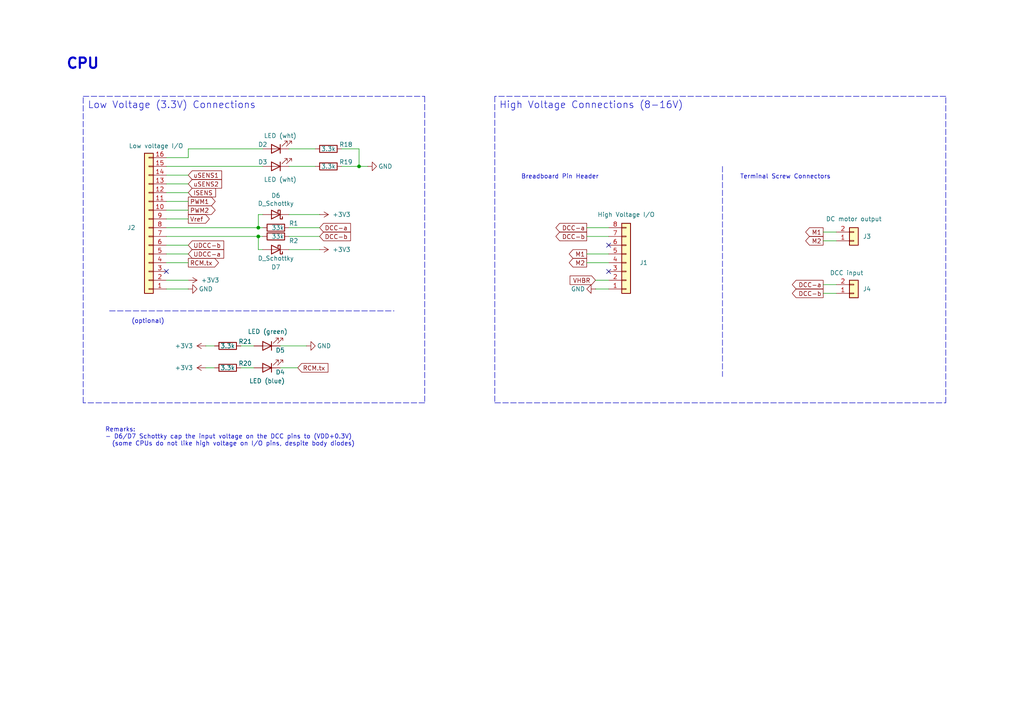
<source format=kicad_sch>
(kicad_sch (version 20250114) (generator "eeschema") (generator_version "9.0")
  (paper "A4")
  (title_block (title "RTB P26 Railcom/Motor IF") (date "2025-09-07") (rev "1") (company "Frank Schumacher") (comment 1 "Railcom sender & Motor driver") (comment 2 "P26.1"))
  (lib_symbols
    (symbol "Connector_Generic:Conn_01x02" (pin_names (offset 1.016) (hide yes))
      (property "Reference" "J" (at 0 2.54 0))
      (property "Value" "Conn_01x02" (at 0 -5.08 0))
      (symbol "Conn_01x02_1_1"
        (rectangle (start -1.27 1.27) (end 1.27 -3.81) (stroke (width 0.254)) (fill (type background)))
        (rectangle (start -1.27 0.127) (end 0 -0.127) (stroke (width 0.1524)))
        (rectangle (start -1.27 -2.413) (end 0 -2.667) (stroke (width 0.1524)))
        (pin passive line (at -5.08 0 0) (length 3.81) (name "Pin_1") (number "1"))
        (pin passive line (at -5.08 -2.54 0) (length 3.81) (name "Pin_2") (number "2"))
      )
    )
    (symbol "Connector_Generic:Conn_01x08" (pin_names (offset 1.016) (hide yes))
      (property "Reference" "J" (at 0 10.16 0))
      (property "Value" "Conn_01x08" (at 0 -12.7 0))
      (symbol "Conn_01x08_1_1"
        (rectangle (start -1.27 8.89) (end 1.27 -11.43) (stroke (width 0.254)) (fill (type background)))
        (rectangle (start -1.27 7.747) (end 0 7.493) (stroke (width 0.1524)))
        (rectangle (start -1.27 5.207) (end 0 4.953) (stroke (width 0.1524)))
        (rectangle (start -1.27 2.667) (end 0 2.413) (stroke (width 0.1524)))
        (rectangle (start -1.27 0.127) (end 0 -0.127) (stroke (width 0.1524)))
        (rectangle (start -1.27 -2.413) (end 0 -2.667) (stroke (width 0.1524)))
        (rectangle (start -1.27 -4.953) (end 0 -5.207) (stroke (width 0.1524)))
        (rectangle (start -1.27 -7.493) (end 0 -7.747) (stroke (width 0.1524)))
        (rectangle (start -1.27 -10.033) (end 0 -10.287) (stroke (width 0.1524)))
        (pin passive line (at -5.08 7.62 0) (length 3.81) (name "Pin_1") (number "1"))
        (pin passive line (at -5.08 5.08 0) (length 3.81) (name "Pin_2") (number "2"))
        (pin passive line (at -5.08 2.54 0) (length 3.81) (name "Pin_3") (number "3"))
        (pin passive line (at -5.08 0 0) (length 3.81) (name "Pin_4") (number "4"))
        (pin passive line (at -5.08 -2.54 0) (length 3.81) (name "Pin_5") (number "5"))
        (pin passive line (at -5.08 -5.08 0) (length 3.81) (name "Pin_6") (number "6"))
        (pin passive line (at -5.08 -7.62 0) (length 3.81) (name "Pin_7") (number "7"))
        (pin passive line (at -5.08 -10.16 0) (length 3.81) (name "Pin_8") (number "8"))
      )
    )
    (symbol "Connector_Generic:Conn_01x16" (pin_names (offset 1.016) (hide yes))
      (property "Reference" "J" (at 0 20.32 0))
      (property "Value" "Conn_01x16" (at 0 -22.86 0))
      (symbol "Conn_01x16_1_1"
        (rectangle (start -1.27 19.05) (end 1.27 -21.59) (stroke (width 0.254)) (fill (type background)))
        (rectangle (start -1.27 17.907) (end 0 17.653) (stroke (width 0.1524)))
        (rectangle (start -1.27 15.367) (end 0 15.113) (stroke (width 0.1524)))
        (rectangle (start -1.27 12.827) (end 0 12.573) (stroke (width 0.1524)))
        (rectangle (start -1.27 10.287) (end 0 10.033) (stroke (width 0.1524)))
        (rectangle (start -1.27 7.747) (end 0 7.493) (stroke (width 0.1524)))
        (rectangle (start -1.27 5.207) (end 0 4.953) (stroke (width 0.1524)))
        (rectangle (start -1.27 2.667) (end 0 2.413) (stroke (width 0.1524)))
        (rectangle (start -1.27 0.127) (end 0 -0.127) (stroke (width 0.1524)))
        (rectangle (start -1.27 -2.413) (end 0 -2.667) (stroke (width 0.1524)))
        (rectangle (start -1.27 -4.953) (end 0 -5.207) (stroke (width 0.1524)))
        (rectangle (start -1.27 -7.493) (end 0 -7.747) (stroke (width 0.1524)))
        (rectangle (start -1.27 -10.033) (end 0 -10.287) (stroke (width 0.1524)))
        (rectangle (start -1.27 -12.573) (end 0 -12.827) (stroke (width 0.1524)))
        (rectangle (start -1.27 -15.113) (end 0 -15.367) (stroke (width 0.1524)))
        (rectangle (start -1.27 -17.653) (end 0 -17.907) (stroke (width 0.1524)))
        (rectangle (start -1.27 -20.193) (end 0 -20.447) (stroke (width 0.1524)))
        (pin passive line (at -5.08 17.78 0) (length 3.81) (name "Pin_1") (number "1"))
        (pin passive line (at -5.08 15.24 0) (length 3.81) (name "Pin_2") (number "2"))
        (pin passive line (at -5.08 12.7 0) (length 3.81) (name "Pin_3") (number "3"))
        (pin passive line (at -5.08 10.16 0) (length 3.81) (name "Pin_4") (number "4"))
        (pin passive line (at -5.08 7.62 0) (length 3.81) (name "Pin_5") (number "5"))
        (pin passive line (at -5.08 5.08 0) (length 3.81) (name "Pin_6") (number "6"))
        (pin passive line (at -5.08 2.54 0) (length 3.81) (name "Pin_7") (number "7"))
        (pin passive line (at -5.08 0 0) (length 3.81) (name "Pin_8") (number "8"))
        (pin passive line (at -5.08 -2.54 0) (length 3.81) (name "Pin_9") (number "9"))
        (pin passive line (at -5.08 -5.08 0) (length 3.81) (name "Pin_10") (number "10"))
        (pin passive line (at -5.08 -7.62 0) (length 3.81) (name "Pin_11") (number "11"))
        (pin passive line (at -5.08 -10.16 0) (length 3.81) (name "Pin_12") (number "12"))
        (pin passive line (at -5.08 -12.7 0) (length 3.81) (name "Pin_13") (number "13"))
        (pin passive line (at -5.08 -15.24 0) (length 3.81) (name "Pin_14") (number "14"))
        (pin passive line (at -5.08 -17.78 0) (length 3.81) (name "Pin_15") (number "15"))
        (pin passive line (at -5.08 -20.32 0) (length 3.81) (name "Pin_16") (number "16"))
      )
    )
    (symbol "Device:D_Schottky" (pin_numbers (hide yes)) (pin_names (offset 1.016) (hide yes))
      (property "Reference" "D" (at 0 2.54 0))
      (property "Value" "D_Schottky" (at 0 -2.54 0))
      (symbol "D_Schottky_0_1"
        (polyline (pts (xy -1.905 0.635) (xy -1.905 1.27) (xy -1.27 1.27) (xy -1.27 -1.27) (xy -0.635 -1.27) (xy -0.635 -0.635)) (stroke (width 0.254)))
        (polyline (pts (xy 1.27 1.27) (xy 1.27 -1.27) (xy -1.27 0) (xy 1.27 1.27)) (stroke (width 0.254)))
        (polyline (pts (xy 1.27 0) (xy -1.27 0)))
      )
      (symbol "D_Schottky_1_1"
        (pin passive line (at -3.81 0 0) (length 2.54) (name "K") (number "1"))
        (pin passive line (at 3.81 0 180) (length 2.54) (name "A") (number "2"))
      )
    )
    (symbol "Device:LED" (pin_numbers (hide yes)) (pin_names (offset 1.016) (hide yes))
      (property "Reference" "D" (at 0 2.54 0))
      (property "Value" "LED" (at 0 -2.54 0))
      (symbol "LED_0_1"
        (polyline (pts (xy -3.048 -0.762) (xy -4.572 -2.286) (xy -3.81 -2.286) (xy -4.572 -2.286) (xy -4.572 -1.524)))
        (polyline (pts (xy -1.778 -0.762) (xy -3.302 -2.286) (xy -2.54 -2.286) (xy -3.302 -2.286) (xy -3.302 -1.524)))
        (polyline (pts (xy -1.27 0) (xy 1.27 0)))
        (polyline (pts (xy -1.27 -1.27) (xy -1.27 1.27)) (stroke (width 0.254)))
        (polyline (pts (xy 1.27 -1.27) (xy 1.27 1.27) (xy -1.27 0) (xy 1.27 -1.27)) (stroke (width 0.254)))
      )
      (symbol "LED_1_1"
        (pin passive line (at -3.81 0 0) (length 2.54) (name "K") (number "1"))
        (pin passive line (at 3.81 0 180) (length 2.54) (name "A") (number "2"))
      )
    )
    (symbol "Device:R" (pin_numbers (hide yes)) (pin_names (offset 0))
      (property "Reference" "R" (at 2.032 0 90))
      (property "Value" "R" (at 0 0 90))
      (symbol "R_0_1"
        (rectangle (start -1.016 -2.54) (end 1.016 2.54) (stroke (width 0.254)))
      )
      (symbol "R_1_1"
        (pin passive line (at 0 3.81 270) (length 1.27) (name "~") (number "1"))
        (pin passive line (at 0 -3.81 90) (length 1.27) (name "~") (number "2"))
      )
    )
    (symbol "power:+3V3" (power) (pin_numbers (hide yes)) (pin_names (offset 0) (hide yes))
      (property "Value" "+3V3" (at 0 3.556 0))
      (symbol "+3V3_0_1"
        (polyline (pts (xy -0.762 1.27) (xy 0 2.54)))
        (polyline (pts (xy 0 2.54) (xy 0.762 1.27)))
        (polyline (pts (xy 0 0) (xy 0 2.54)))
      )
      (symbol "+3V3_1_1"
        (pin power_in line (at 0 0 90) (length 0) (name "~") (number "1"))
      )
    )
    (symbol "power:GND" (power) (pin_numbers (hide yes)) (pin_names (offset 0) (hide yes))
      (property "Value" "GND" (at 0 -3.81 0))
      (symbol "GND_0_1"
        (polyline (pts (xy 0 0) (xy 0 -1.27) (xy 1.27 -1.27) (xy 0 -2.54) (xy -1.27 -1.27) (xy 0 -1.27)))
      )
      (symbol "GND_1_1"
        (pin power_in line (at 0 0 270) (length 0) (name "~") (number "1"))
      )
    )
  )
  (text "CPU" (at 19.05 20.32 0) (effects (font (size 2.9972 2.9972) (thickness 0.5994) (bold yes)) (justify left bottom)))
  (text "High Voltage Connections (8-16V)" (at 144.78 31.75 0) (effects (font (size 2.0066 2.0066)) (justify left bottom)))
  (text "Terminal Screw Connectors" (at 214.63 52.07 0) (effects (font (size 1.27 1.27)) (justify left bottom)))
  (text "(optional)" (at 38.1 93.98 0) (effects (font (size 1.27 1.27)) (justify left bottom)))
  (text "Breadboard Pin Header" (at 151.13 52.07 0) (effects (font (size 1.27 1.27)) (justify left bottom)))
  (text "Low Voltage (3.3V) Connections" (at 25.4 31.75 0) (effects (font (size 2.0066 2.0066)) (justify left bottom)))
  (text "Remarks:\n- D6/D7 Schottky cap the input voltage on the DCC pins to (VDD+0.3V)\n  (some CPUs do not like high voltage on I/O pins, despite body diodes)" (at 30.48 129.54 0) (effects (font (size 1.27 1.27)) (justify left bottom)))
  (junction (at 74.93 68.58))
  (junction (at 74.93 66.04))
  (junction (at 104.14 48.26))
  (no_connect (at 48.26 78.74))
  (no_connect (at 176.53 71.12))
  (no_connect (at 176.53 78.74))
  (wire (pts (xy 170.18 73.66) (xy 176.53 73.66)))
  (wire (pts (xy 74.93 66.04) (xy 76.2 66.04)))
  (wire (pts (xy 54.61 83.82) (xy 48.26 83.82)))
  (wire (pts (xy 242.57 85.09) (xy 238.76 85.09)))
  (wire (pts (xy 104.14 48.26) (xy 106.68 48.26)))
  (wire (pts (xy 48.26 73.66) (xy 54.61 73.66)))
  (wire (pts (xy 92.71 66.04) (xy 83.82 66.04)))
  (wire (pts (xy 104.14 48.26) (xy 99.06 48.26)))
  (wire (pts (xy 59.69 106.68) (xy 62.23 106.68)))
  (wire (pts (xy 54.61 81.28) (xy 48.26 81.28)))
  (wire (pts (xy 48.26 71.12) (xy 54.61 71.12)))
  (wire (pts (xy 54.61 55.88) (xy 48.26 55.88)))
  (wire (pts (xy 54.61 60.96) (xy 48.26 60.96)))
  (wire (pts (xy 48.26 45.72) (xy 54.61 45.72)))
  (wire (pts (xy 48.26 66.04) (xy 74.93 66.04)))
  (wire (pts (xy 238.76 82.55) (xy 242.57 82.55)))
  (wire (pts (xy 48.26 48.26) (xy 76.2 48.26)))
  (wire (pts (xy 54.61 45.72) (xy 54.61 43.18)))
  (polyline (pts (xy 143.51 27.94) (xy 143.51 116.84)) (stroke (width 0) (type dash)))
  (polyline (pts (xy 274.32 27.94) (xy 143.51 27.94)) (stroke (width 0) (type dash)))
  (polyline (pts (xy 123.19 27.94) (xy 123.19 116.84)) (stroke (width 0) (type dash)))
  (wire (pts (xy 172.72 83.82) (xy 176.53 83.82)))
  (wire (pts (xy 48.26 58.42) (xy 54.61 58.42)))
  (wire (pts (xy 83.82 72.39) (xy 92.71 72.39)))
  (wire (pts (xy 104.14 43.18) (xy 104.14 48.26)))
  (wire (pts (xy 76.2 62.23) (xy 74.93 62.23)))
  (wire (pts (xy 172.72 81.28) (xy 176.53 81.28)))
  (wire (pts (xy 170.18 68.58) (xy 176.53 68.58)))
  (wire (pts (xy 76.2 68.58) (xy 74.93 68.58)))
  (polyline (pts (xy 143.51 116.84) (xy 274.32 116.84)) (stroke (width 0) (type dash)))
  (wire (pts (xy 74.93 68.58) (xy 48.26 68.58)))
  (wire (pts (xy 48.26 53.34) (xy 54.61 53.34)))
  (wire (pts (xy 54.61 76.2) (xy 48.26 76.2)))
  (wire (pts (xy 81.28 100.33) (xy 88.9 100.33)))
  (wire (pts (xy 48.26 63.5) (xy 54.61 63.5)))
  (wire (pts (xy 170.18 76.2) (xy 176.53 76.2)))
  (polyline (pts (xy 123.19 116.84) (xy 24.13 116.84)) (stroke (width 0) (type dash)))
  (wire (pts (xy 238.76 67.31) (xy 242.57 67.31)))
  (wire (pts (xy 83.82 43.18) (xy 91.44 43.18)))
  (wire (pts (xy 238.76 69.85) (xy 242.57 69.85)))
  (wire (pts (xy 170.18 66.04) (xy 176.53 66.04)))
  (wire (pts (xy 83.82 48.26) (xy 91.44 48.26)))
  (wire (pts (xy 92.71 68.58) (xy 83.82 68.58)))
  (polyline (pts (xy 209.55 48.26) (xy 209.55 109.22)) (stroke (width 0) (type dash)))
  (wire (pts (xy 74.93 62.23) (xy 74.93 66.04)))
  (wire (pts (xy 54.61 43.18) (xy 76.2 43.18)))
  (wire (pts (xy 59.69 100.33) (xy 62.23 100.33)))
  (wire (pts (xy 74.93 72.39) (xy 76.2 72.39)))
  (wire (pts (xy 69.85 100.33) (xy 73.66 100.33)))
  (wire (pts (xy 99.06 43.18) (xy 104.14 43.18)))
  (wire (pts (xy 81.28 106.68) (xy 86.36 106.68)))
  (wire (pts (xy 74.93 68.58) (xy 74.93 72.39)))
  (polyline (pts (xy 274.32 116.84) (xy 274.32 27.94)) (stroke (width 0) (type dash)))
  (polyline (pts (xy 31.75 90.17) (xy 114.3 90.17)) (stroke (width 0) (type dash)))
  (wire (pts (xy 83.82 62.23) (xy 92.71 62.23)))
  (wire (pts (xy 54.61 50.8) (xy 48.26 50.8)))
  (wire (pts (xy 69.85 106.68) (xy 73.66 106.68)))
  (polyline (pts (xy 24.13 27.94) (xy 123.19 27.94)) (stroke (width 0) (type dash)))
  (polyline (pts (xy 24.13 116.84) (xy 24.13 27.94)) (stroke (width 0) (type dash)))
  (global_label "PWM2" (shape output) (at 54.61 60.96 0) (property "Intersheetrefs" "${INTERSHEET_REFS}" (effects (hide yes))))
  (global_label "ISENS" (shape input) (at 54.61 55.88 0) (property "Intersheetrefs" "${INTERSHEET_REFS}" (effects (hide yes))))
  (global_label "M1" (shape output) (at 238.76 67.31 180) (property "Intersheetrefs" "${INTERSHEET_REFS}" (effects (hide yes))))
  (global_label "M1" (shape output) (at 170.18 73.66 180) (property "Intersheetrefs" "${INTERSHEET_REFS}" (effects (hide yes))))
  (global_label "VHBR" (shape input) (at 172.72 81.28 180) (property "Intersheetrefs" "${INTERSHEET_REFS}" (effects (hide yes))))
  (global_label "DCC-a" (shape output) (at 238.76 82.55 180) (property "Intersheetrefs" "${INTERSHEET_REFS}" (effects (hide yes))))
  (global_label "DCC-a" (shape output) (at 170.18 66.04 180) (property "Intersheetrefs" "${INTERSHEET_REFS}" (effects (hide yes))))
  (global_label "DCC-a" (shape input) (at 92.71 66.04 0) (property "Intersheetrefs" "${INTERSHEET_REFS}" (effects (hide yes))))
  (global_label "DCC-b" (shape output) (at 238.76 85.09 180) (property "Intersheetrefs" "${INTERSHEET_REFS}" (effects (hide yes))))
  (global_label "Vref" (shape output) (at 54.61 63.5 0) (property "Intersheetrefs" "${INTERSHEET_REFS}" (effects (hide yes))))
  (global_label "UDCC-b" (shape input) (at 54.61 71.12 0) (property "Intersheetrefs" "${INTERSHEET_REFS}" (effects (hide yes))))
  (global_label "uSENS2" (shape input) (at 54.61 53.34 0) (property "Intersheetrefs" "${INTERSHEET_REFS}" (effects (hide yes))))
  (global_label "UDCC-a" (shape input) (at 54.61 73.66 0) (property "Intersheetrefs" "${INTERSHEET_REFS}" (effects (hide yes))))
  (global_label "uSENS1" (shape input) (at 54.61 50.8 0) (property "Intersheetrefs" "${INTERSHEET_REFS}" (effects (hide yes))))
  (global_label "DCC-b" (shape output) (at 170.18 68.58 180) (property "Intersheetrefs" "${INTERSHEET_REFS}" (effects (hide yes))))
  (global_label "DCC-b" (shape input) (at 92.71 68.58 0) (property "Intersheetrefs" "${INTERSHEET_REFS}" (effects (hide yes))))
  (global_label "M2" (shape output) (at 170.18 76.2 180) (property "Intersheetrefs" "${INTERSHEET_REFS}" (effects (hide yes))))
  (global_label "M2" (shape output) (at 238.76 69.85 180) (property "Intersheetrefs" "${INTERSHEET_REFS}" (effects (hide yes))))
  (global_label "RCM.tx" (shape input) (at 86.36 106.68 0) (property "Intersheetrefs" "${INTERSHEET_REFS}" (effects (hide yes))))
  (global_label "PWM1" (shape output) (at 54.61 58.42 0) (property "Intersheetrefs" "${INTERSHEET_REFS}" (effects (hide yes))))
  (global_label "RCM.tx" (shape output) (at 54.61 76.2 0) (property "Intersheetrefs" "${INTERSHEET_REFS}" (effects (hide yes))))
  (symbol (lib_id "Device:R") (at 80.01 66.04 270) (unit 1)
    (property "Reference" "R1" (at 83.82 64.77 90) (effects (justify left)))
    (property "Value" "33k" (at 78.74 66.04 90) (effects (justify left)))
    (property "Footprint" "Resistor_SMD:R_0603_1608Metric" (effects (hide yes)))
    (property "Description" "-55℃~+155℃ 100mW 33kΩ 75V Thick Film Resistor ±1% ±100ppm/℃ 0603 Chip Resistor - Surface Mount ROHS" (effects (hide yes)))
    (property "JLCPCB" "C4216" (effects (hide yes)))
  )
  (symbol (lib_id "Device:R") (at 80.01 68.58 270) (unit 1)
    (property "Reference" "R2" (at 83.82 69.85 90) (effects (justify left)))
    (property "Value" "33k" (at 78.74 68.58 90) (effects (justify left)))
    (property "Footprint" "Resistor_SMD:R_0603_1608Metric" (effects (hide yes)))
    (property "Description" "-55℃~+155℃ 100mW 33kΩ 75V Thick Film Resistor ±1% ±100ppm/℃ 0603 Chip Resistor - Surface Mount ROHS" (effects (hide yes)))
    (property "JLCPCB" "C4216" (effects (hide yes)))
  )
  (symbol (lib_id "power:GND") (at 54.61 83.82 90) (unit 1)
    (property "Reference" "#PWR0101" (effects (hide yes)))
    (property "Value" "GND" (at 59.69 83.82 90))
  )
  (symbol (lib_id "power:+3V3") (at 54.61 81.28 270) (unit 1)
    (property "Reference" "#PWR0102" (effects (hide yes)))
    (property "Value" "+3V3" (at 60.96 81.28 90))
  )
  (symbol (lib_id "power:GND") (at 172.72 83.82 270) (unit 1)
    (property "Reference" "#PWR0103" (effects (hide yes)))
    (property "Value" "GND" (at 167.64 83.82 90))
  )
  (symbol (lib_id "Connector_Generic:Conn_01x16") (at 43.18 66.04 180) (unit 1)
    (property "Reference" "J2" (at 38.1 66.04 0))
    (property "Value" "Low voltage I/O" (at 45.2628 42.3164 0))
    (property "Footprint" "Connector_PinHeader_2.54mm:PinHeader_1x16_P2.54mm_Vertical" (effects (hide yes)))
  )
  (symbol (lib_id "Connector_Generic:Conn_01x08") (at 181.61 76.2 0) (mirror x) (unit 1)
    (property "Reference" "J1" (at 186.69 76.2 0))
    (property "Value" "High Voltage I/O" (at 181.61 62.23 0))
    (property "Footprint" "Connector_PinHeader_2.54mm:PinHeader_1x08_P2.54mm_Vertical" (effects (hide yes)))
  )
  (symbol (lib_id "Device:LED") (at 80.01 48.26 180) (unit 1)
    (property "Reference" "D3" (at 76.2 46.99 0))
    (property "Value" "LED (wht)" (at 81.28 52.07 0))
    (property "Footprint" "LED_SMD:LED_0603_1608Metric" (effects (hide yes)))
    (property "Description" "100mW 120° 2.6V~3.1V 360mcd 5mA White 0603 LED Indication - Discrete ROHS" (effects (hide yes)))
    (property "JLCPCB" "C2290" (effects (hide yes)))
  )
  (symbol (lib_id "Device:LED") (at 80.01 43.18 180) (unit 1)
    (property "Reference" "D2" (at 76.2 41.91 0))
    (property "Value" "LED (wht)" (at 81.28 39.37 0))
    (property "Footprint" "LED_SMD:LED_0603_1608Metric" (effects (hide yes)))
    (property "Description" "100mW 120° 2.6V~3.1V 360mcd 5mA White 0603 LED Indication - Discrete ROHS" (effects (hide yes)))
    (property "JLCPCB" "C2290" (effects (hide yes)))
  )
  (symbol (lib_id "Device:R") (at 95.25 43.18 270) (unit 1)
    (property "Reference" "R18" (at 100.33 41.91 90))
    (property "Value" "3.3k" (at 95.25 43.18 90))
    (property "Footprint" "Resistor_SMD:R_0603_1608Metric" (effects (hide yes)))
    (property "Description" "-55℃~+155℃ 100mW 3.3kΩ 75V Thick Film Resistor ±1% ±100ppm/℃ 0603 Chip Resistor - Surface Mount ROHS" (effects (hide yes)))
    (property "JLCPCB" "C22978" (effects (hide yes)))
  )
  (symbol (lib_id "Device:R") (at 95.25 48.26 270) (unit 1)
    (property "Reference" "R19" (at 100.33 46.99 90))
    (property "Value" "3.3k" (at 95.25 48.26 90))
    (property "Footprint" "Resistor_SMD:R_0603_1608Metric" (effects (hide yes)))
    (property "Description" "-55℃~+155℃ 100mW 3.3kΩ 75V Thick Film Resistor ±1% ±100ppm/℃ 0603 Chip Resistor - Surface Mount ROHS" (effects (hide yes)))
    (property "JLCPCB" "C22978" (effects (hide yes)))
  )
  (symbol (lib_id "power:GND") (at 106.68 48.26 90) (unit 1)
    (property "Reference" "#PWR0108" (effects (hide yes)))
    (property "Value" "GND" (at 111.76 48.26 90))
  )
  (symbol (lib_id "Device:LED") (at 77.47 106.68 180) (unit 1)
    (property "Reference" "D4" (at 81.28 107.95 0))
    (property "Value" "LED (blue)" (at 77.47 110.49 0))
    (property "Footprint" "LED_SMD:LED_0603_1608Metric" (effects (hide yes)))
    (property "Description" "120° 20mA 3.3V 300mcd 455nm~475nm 470nm 70mW Blue Water Clear op View Mount 0603 LED Indication - Discrete ROHS" (effects (hide yes)))
    (property "JLCPCB" "C965807" (effects (hide yes)))
  )
  (symbol (lib_id "Device:R") (at 66.04 106.68 270) (unit 1)
    (property "Reference" "R20" (at 71.12 105.41 90))
    (property "Value" "3.3k" (at 66.04 106.68 90))
    (property "Footprint" "Resistor_SMD:R_0603_1608Metric" (effects (hide yes)))
    (property "Description" "-55℃~+155℃ 100mW 3.3kΩ 75V Thick Film Resistor ±1% ±100ppm/℃ 0603 Chip Resistor - Surface Mount ROHS" (effects (hide yes)))
    (property "JLCPCB" "C22978" (effects (hide yes)))
  )
  (symbol (lib_id "power:+3V3") (at 59.69 106.68 90) (unit 1)
    (property "Reference" "#PWR0109" (effects (hide yes)))
    (property "Value" "+3V3" (at 53.34 106.68 90))
  )
  (symbol (lib_id "Device:LED") (at 77.47 100.33 180) (unit 1)
    (property "Reference" "D5" (at 81.28 101.6 0))
    (property "Value" "LED (green)" (at 77.6478 96.1644 0))
    (property "Footprint" "LED_SMD:LED_0603_1608Metric" (effects (hide yes)))
    (property "Description" "-30℃~+85℃ 1.6V~2.6V 13mcd 140° 25mA 565nm~578nm 576nm 65mW Yellow Green 0603 LED Indication - Discrete ROHS" (effects (hide yes)))
    (property "JLCPCB" "C84264" (effects (hide yes)))
  )
  (symbol (lib_id "Device:R") (at 66.04 100.33 270) (unit 1)
    (property "Reference" "R21" (at 71.12 99.06 90))
    (property "Value" "3.3k" (at 66.04 100.33 90))
    (property "Footprint" "Resistor_SMD:R_0603_1608Metric" (effects (hide yes)))
    (property "Description" "-55℃~+155℃ 100mW 3.3kΩ 75V Thick Film Resistor ±1% ±100ppm/℃ 0603 Chip Resistor - Surface Mount ROHS" (effects (hide yes)))
    (property "JLCPCB" "C22978" (effects (hide yes)))
  )
  (symbol (lib_id "power:+3V3") (at 59.69 100.33 90) (unit 1)
    (property "Reference" "#PWR0110" (effects (hide yes)))
    (property "Value" "+3V3" (at 53.34 100.33 90))
  )
  (symbol (lib_id "power:GND") (at 88.9 100.33 90) (unit 1)
    (property "Reference" "#PWR0111" (effects (hide yes)))
    (property "Value" "GND" (at 93.98 100.33 90))
  )
  (symbol (lib_id "Connector_Generic:Conn_01x02") (at 247.65 69.85 0) (mirror x) (unit 1)
    (property "Reference" "J3" (at 251.46 68.58 0))
    (property "Value" "DC motor output" (at 247.65 63.5 0))
    (property "Footprint" "RTB:1725656" (effects (hide yes)))
  )
  (symbol (lib_id "Connector_Generic:Conn_01x02") (at 247.65 85.09 0) (mirror x) (unit 1)
    (property "Reference" "J4" (at 251.46 83.82 0))
    (property "Value" "DCC input" (at 245.5672 79.1464 0))
    (property "Footprint" "RTB:1725656" (effects (hide yes)))
  )
  (symbol (lib_id "Device:D_Schottky") (at 80.01 62.23 180) (unit 1)
    (property "Reference" "D6" (at 80.01 56.7182 0))
    (property "Value" "D_Schottky" (at 80.01 59.0296 0))
    (property "Footprint" "RTB:SM5819L2TP" (effects (hide yes)))
    (property "Description" "-40℃~+125℃ 200mA 30uA@30V 3A 40V 480mV@200mA SOD-923F Schottky Diodes ROHS" (effects (hide yes)))
    (property "JLCPCB" "C3012686" (effects (hide yes)))
  )
  (symbol (lib_id "power:+3V3") (at 92.71 62.23 270) (unit 1)
    (property "Reference" "#PWR0112" (effects (hide yes)))
    (property "Value" "+3V3" (at 99.06 62.23 90))
  )
  (symbol (lib_id "Device:D_Schottky") (at 80.01 72.39 180) (unit 1)
    (property "Reference" "D7" (at 80.01 77.47 0))
    (property "Value" "D_Schottky" (at 80.01 74.93 0))
    (property "Footprint" "RTB:SM5819L2TP" (effects (hide yes)))
    (property "Description" "-40℃~+125℃ 200mA 30uA@30V 3A 40V 480mV@200mA SOD-923F Schottky Diodes ROHS" (effects (hide yes)))
    (property "JLCPCB" "C3012686" (effects (hide yes)))
  )
  (symbol (lib_id "power:+3V3") (at 92.71 72.39 270) (unit 1)
    (property "Reference" "#PWR0117" (effects (hide yes)))
    (property "Value" "+3V3" (at 99.06 72.39 90))
  )
)
</source>
